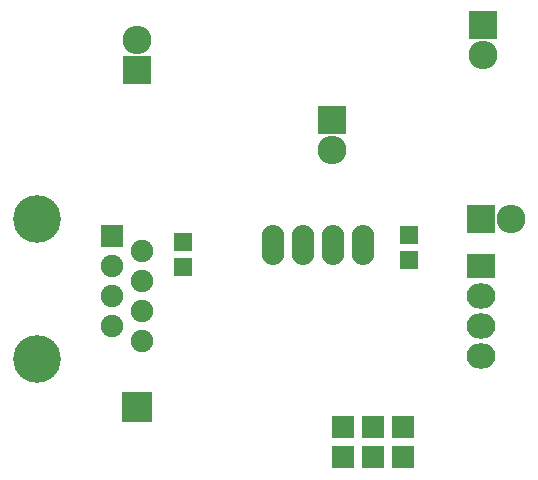
<source format=gbs>
G04 #@! TF.FileFunction,Soldermask,Bot*
%FSLAX46Y46*%
G04 Gerber Fmt 4.6, Leading zero omitted, Abs format (unit mm)*
G04 Created by KiCad (PCBNEW 4.0.0-stable) date 2015 December 06, Sunday 20:59:24*
%MOMM*%
G01*
G04 APERTURE LIST*
%ADD10C,0.100000*%
%ADD11C,4.049980*%
%ADD12R,1.901140X1.901140*%
%ADD13C,1.901140*%
%ADD14R,2.432000X2.432000*%
%ADD15O,2.432000X2.432000*%
%ADD16R,2.432000X2.127200*%
%ADD17O,2.432000X2.127200*%
%ADD18R,2.635200X2.635200*%
%ADD19O,1.901140X3.399740*%
%ADD20R,1.598880X1.598880*%
%ADD21R,1.924000X1.924000*%
G04 APERTURE END LIST*
D10*
D11*
X127000000Y-119438520D03*
X127000000Y-107569100D03*
D12*
X133350000Y-109055000D03*
D13*
X135890000Y-110325000D03*
X133350000Y-111595000D03*
X135890000Y-112865000D03*
X133350000Y-114135000D03*
X135890000Y-115405000D03*
X133350000Y-116675000D03*
X135890000Y-117945000D03*
D14*
X152000000Y-99200000D03*
D15*
X152000000Y-101740000D03*
D14*
X164600000Y-107600000D03*
D15*
X167140000Y-107600000D03*
D14*
X135500000Y-95000000D03*
D15*
X135500000Y-92460000D03*
D16*
X164600000Y-111600000D03*
D17*
X164600000Y-114140000D03*
X164600000Y-116680000D03*
X164600000Y-119220000D03*
D14*
X164800000Y-91200000D03*
D15*
X164800000Y-93740000D03*
D18*
X135500000Y-123500000D03*
D19*
X154600000Y-109800000D03*
X152060000Y-109800000D03*
X149520000Y-109800000D03*
X146980000Y-109800000D03*
D20*
X158500000Y-108950980D03*
X158500000Y-111049020D03*
X139400000Y-109550980D03*
X139400000Y-111649020D03*
D21*
X152960000Y-125230000D03*
X152960000Y-127770000D03*
X155500000Y-125230000D03*
X155500000Y-127770000D03*
X158040000Y-125230000D03*
X158040000Y-127770000D03*
M02*

</source>
